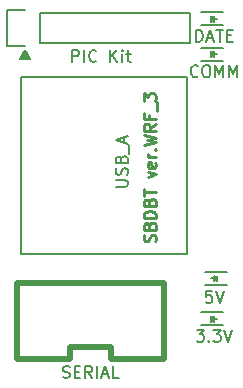
<source format=gbr>
G04 #@! TF.FileFunction,Legend,Top*
%FSLAX46Y46*%
G04 Gerber Fmt 4.6, Leading zero omitted, Abs format (unit mm)*
G04 Created by KiCad (PCBNEW 4.0.1-stable) date 2018/07/04 18:11:44*
%MOMM*%
G01*
G04 APERTURE LIST*
%ADD10C,0.100000*%
%ADD11C,0.250000*%
%ADD12C,0.200000*%
%ADD13C,0.150000*%
%ADD14C,0.500000*%
G04 APERTURE END LIST*
D10*
D11*
X148614762Y-111261905D02*
X148662381Y-111119048D01*
X148662381Y-110880952D01*
X148614762Y-110785714D01*
X148567143Y-110738095D01*
X148471905Y-110690476D01*
X148376667Y-110690476D01*
X148281429Y-110738095D01*
X148233810Y-110785714D01*
X148186190Y-110880952D01*
X148138571Y-111071429D01*
X148090952Y-111166667D01*
X148043333Y-111214286D01*
X147948095Y-111261905D01*
X147852857Y-111261905D01*
X147757619Y-111214286D01*
X147710000Y-111166667D01*
X147662381Y-111071429D01*
X147662381Y-110833333D01*
X147710000Y-110690476D01*
X148138571Y-109928571D02*
X148186190Y-109785714D01*
X148233810Y-109738095D01*
X148329048Y-109690476D01*
X148471905Y-109690476D01*
X148567143Y-109738095D01*
X148614762Y-109785714D01*
X148662381Y-109880952D01*
X148662381Y-110261905D01*
X147662381Y-110261905D01*
X147662381Y-109928571D01*
X147710000Y-109833333D01*
X147757619Y-109785714D01*
X147852857Y-109738095D01*
X147948095Y-109738095D01*
X148043333Y-109785714D01*
X148090952Y-109833333D01*
X148138571Y-109928571D01*
X148138571Y-110261905D01*
X148662381Y-109261905D02*
X147662381Y-109261905D01*
X147662381Y-109023810D01*
X147710000Y-108880952D01*
X147805238Y-108785714D01*
X147900476Y-108738095D01*
X148090952Y-108690476D01*
X148233810Y-108690476D01*
X148424286Y-108738095D01*
X148519524Y-108785714D01*
X148614762Y-108880952D01*
X148662381Y-109023810D01*
X148662381Y-109261905D01*
X148138571Y-107928571D02*
X148186190Y-107785714D01*
X148233810Y-107738095D01*
X148329048Y-107690476D01*
X148471905Y-107690476D01*
X148567143Y-107738095D01*
X148614762Y-107785714D01*
X148662381Y-107880952D01*
X148662381Y-108261905D01*
X147662381Y-108261905D01*
X147662381Y-107928571D01*
X147710000Y-107833333D01*
X147757619Y-107785714D01*
X147852857Y-107738095D01*
X147948095Y-107738095D01*
X148043333Y-107785714D01*
X148090952Y-107833333D01*
X148138571Y-107928571D01*
X148138571Y-108261905D01*
X147662381Y-107404762D02*
X147662381Y-106833333D01*
X148662381Y-107119048D02*
X147662381Y-107119048D01*
X147995714Y-105833333D02*
X148662381Y-105595238D01*
X147995714Y-105357142D01*
X148614762Y-104595237D02*
X148662381Y-104690475D01*
X148662381Y-104880952D01*
X148614762Y-104976190D01*
X148519524Y-105023809D01*
X148138571Y-105023809D01*
X148043333Y-104976190D01*
X147995714Y-104880952D01*
X147995714Y-104690475D01*
X148043333Y-104595237D01*
X148138571Y-104547618D01*
X148233810Y-104547618D01*
X148329048Y-105023809D01*
X148662381Y-104119047D02*
X147995714Y-104119047D01*
X148186190Y-104119047D02*
X148090952Y-104071428D01*
X148043333Y-104023809D01*
X147995714Y-103928571D01*
X147995714Y-103833332D01*
X148567143Y-103499999D02*
X148614762Y-103452380D01*
X148662381Y-103499999D01*
X148614762Y-103547618D01*
X148567143Y-103499999D01*
X148662381Y-103499999D01*
X147662381Y-103119047D02*
X148662381Y-102880952D01*
X147948095Y-102690475D01*
X148662381Y-102499999D01*
X147662381Y-102261904D01*
X148662381Y-101309523D02*
X148186190Y-101642857D01*
X148662381Y-101880952D02*
X147662381Y-101880952D01*
X147662381Y-101499999D01*
X147710000Y-101404761D01*
X147757619Y-101357142D01*
X147852857Y-101309523D01*
X147995714Y-101309523D01*
X148090952Y-101357142D01*
X148138571Y-101404761D01*
X148186190Y-101499999D01*
X148186190Y-101880952D01*
X148138571Y-100547618D02*
X148138571Y-100880952D01*
X148662381Y-100880952D02*
X147662381Y-100880952D01*
X147662381Y-100404761D01*
X148757619Y-100261904D02*
X148757619Y-99499999D01*
X147662381Y-99357142D02*
X147662381Y-98738094D01*
X148043333Y-99071428D01*
X148043333Y-98928570D01*
X148090952Y-98833332D01*
X148138571Y-98785713D01*
X148233810Y-98738094D01*
X148471905Y-98738094D01*
X148567143Y-98785713D01*
X148614762Y-98833332D01*
X148662381Y-98928570D01*
X148662381Y-99214285D01*
X148614762Y-99309523D01*
X148567143Y-99357142D01*
D12*
X137219048Y-95804762D02*
X137219048Y-95852381D01*
X137266667Y-95709524D02*
X137266667Y-95852381D01*
X137314286Y-95614286D02*
X137314286Y-95852381D01*
X137361905Y-95519048D02*
X137361905Y-95852381D01*
X137409524Y-95471429D02*
X137409524Y-95852381D01*
X137457143Y-95376190D02*
X137457143Y-95852381D01*
X137504763Y-95280952D02*
X137504763Y-95852381D01*
X137552382Y-95185714D02*
X137552382Y-95852381D01*
X137600001Y-95090476D02*
X137600001Y-95852381D01*
X137647620Y-95185714D02*
X137647620Y-95852381D01*
X137695239Y-95280952D02*
X137695239Y-95852381D01*
X137742858Y-95376190D02*
X137742858Y-95852381D01*
X137790477Y-95471429D02*
X137790477Y-95852381D01*
X137838096Y-95519048D02*
X137838096Y-95852381D01*
X137885715Y-95614286D02*
X137885715Y-95852381D01*
X137933334Y-95709524D02*
X137933334Y-95852381D01*
X137980953Y-95852381D02*
X137600001Y-95138095D01*
X137219048Y-95852381D01*
X137980953Y-95804762D02*
X137980953Y-95852381D01*
X137600001Y-95090476D02*
X138028572Y-95852381D01*
X137171429Y-95852381D01*
X137600001Y-95090476D01*
D13*
X152500000Y-92950000D02*
X154400000Y-92950000D01*
X152500000Y-91850000D02*
X154400000Y-91850000D01*
X153400000Y-92400000D02*
X153850000Y-92400000D01*
X153350000Y-92150000D02*
X153350000Y-92650000D01*
X153350000Y-92400000D02*
X153600000Y-92150000D01*
X153600000Y-92150000D02*
X153600000Y-92650000D01*
X153600000Y-92650000D02*
X153350000Y-92400000D01*
X152500000Y-95950000D02*
X154400000Y-95950000D01*
X152500000Y-94850000D02*
X154400000Y-94850000D01*
X153400000Y-95400000D02*
X153850000Y-95400000D01*
X153350000Y-95150000D02*
X153350000Y-95650000D01*
X153350000Y-95400000D02*
X153600000Y-95150000D01*
X153600000Y-95150000D02*
X153600000Y-95650000D01*
X153600000Y-95650000D02*
X153350000Y-95400000D01*
X154700000Y-113850000D02*
X152800000Y-113850000D01*
X154700000Y-114950000D02*
X152800000Y-114950000D01*
X153800000Y-114400000D02*
X153350000Y-114400000D01*
X153850000Y-114650000D02*
X153850000Y-114150000D01*
X153850000Y-114400000D02*
X153600000Y-114650000D01*
X153600000Y-114650000D02*
X153600000Y-114150000D01*
X153600000Y-114150000D02*
X153850000Y-114400000D01*
X152500000Y-118350000D02*
X154400000Y-118350000D01*
X152500000Y-117250000D02*
X154400000Y-117250000D01*
X153400000Y-117800000D02*
X153850000Y-117800000D01*
X153350000Y-117550000D02*
X153350000Y-118050000D01*
X153350000Y-117800000D02*
X153600000Y-117550000D01*
X153600000Y-117550000D02*
X153600000Y-118050000D01*
X153600000Y-118050000D02*
X153350000Y-117800000D01*
X138870000Y-91930000D02*
X151570000Y-91930000D01*
X151570000Y-91930000D02*
X151570000Y-94470000D01*
X151570000Y-94470000D02*
X138870000Y-94470000D01*
X136050000Y-91650000D02*
X137600000Y-91650000D01*
X138870000Y-91930000D02*
X138870000Y-94470000D01*
X137600000Y-94750000D02*
X136050000Y-94750000D01*
X136050000Y-94750000D02*
X136050000Y-91650000D01*
X137254880Y-97350140D02*
X151351880Y-97350140D01*
X151351880Y-112336140D02*
X137254880Y-112336140D01*
X137254880Y-97350140D02*
X137254880Y-112336140D01*
X151351880Y-97350140D02*
X151351880Y-112336140D01*
D14*
X136900000Y-121200000D02*
X141400000Y-121200000D01*
X141400000Y-121200000D02*
X141400000Y-120200000D01*
X141400000Y-120200000D02*
X144900000Y-120200000D01*
X144900000Y-120200000D02*
X144900000Y-121200000D01*
X144900000Y-121200000D02*
X149400000Y-121200000D01*
X149400000Y-114800000D02*
X136900000Y-114800000D01*
X149400000Y-121200000D02*
X149400000Y-114800000D01*
X136900000Y-114800000D02*
X136900000Y-121200000D01*
D13*
X152076190Y-94352381D02*
X152076190Y-93352381D01*
X152314285Y-93352381D01*
X152457143Y-93400000D01*
X152552381Y-93495238D01*
X152600000Y-93590476D01*
X152647619Y-93780952D01*
X152647619Y-93923810D01*
X152600000Y-94114286D01*
X152552381Y-94209524D01*
X152457143Y-94304762D01*
X152314285Y-94352381D01*
X152076190Y-94352381D01*
X153028571Y-94066667D02*
X153504762Y-94066667D01*
X152933333Y-94352381D02*
X153266666Y-93352381D01*
X153600000Y-94352381D01*
X153790476Y-93352381D02*
X154361905Y-93352381D01*
X154076190Y-94352381D02*
X154076190Y-93352381D01*
X154695238Y-93828571D02*
X155028572Y-93828571D01*
X155171429Y-94352381D02*
X154695238Y-94352381D01*
X154695238Y-93352381D01*
X155171429Y-93352381D01*
X152242858Y-97257143D02*
X152195239Y-97304762D01*
X152052382Y-97352381D01*
X151957144Y-97352381D01*
X151814286Y-97304762D01*
X151719048Y-97209524D01*
X151671429Y-97114286D01*
X151623810Y-96923810D01*
X151623810Y-96780952D01*
X151671429Y-96590476D01*
X151719048Y-96495238D01*
X151814286Y-96400000D01*
X151957144Y-96352381D01*
X152052382Y-96352381D01*
X152195239Y-96400000D01*
X152242858Y-96447619D01*
X152861905Y-96352381D02*
X153052382Y-96352381D01*
X153147620Y-96400000D01*
X153242858Y-96495238D01*
X153290477Y-96685714D01*
X153290477Y-97019048D01*
X153242858Y-97209524D01*
X153147620Y-97304762D01*
X153052382Y-97352381D01*
X152861905Y-97352381D01*
X152766667Y-97304762D01*
X152671429Y-97209524D01*
X152623810Y-97019048D01*
X152623810Y-96685714D01*
X152671429Y-96495238D01*
X152766667Y-96400000D01*
X152861905Y-96352381D01*
X153719048Y-97352381D02*
X153719048Y-96352381D01*
X154052382Y-97066667D01*
X154385715Y-96352381D01*
X154385715Y-97352381D01*
X154861905Y-97352381D02*
X154861905Y-96352381D01*
X155195239Y-97066667D01*
X155528572Y-96352381D01*
X155528572Y-97352381D01*
X153409524Y-115452381D02*
X152933333Y-115452381D01*
X152885714Y-115928571D01*
X152933333Y-115880952D01*
X153028571Y-115833333D01*
X153266667Y-115833333D01*
X153361905Y-115880952D01*
X153409524Y-115928571D01*
X153457143Y-116023810D01*
X153457143Y-116261905D01*
X153409524Y-116357143D01*
X153361905Y-116404762D01*
X153266667Y-116452381D01*
X153028571Y-116452381D01*
X152933333Y-116404762D01*
X152885714Y-116357143D01*
X153742857Y-115452381D02*
X154076190Y-116452381D01*
X154409524Y-115452381D01*
X152123810Y-118752381D02*
X152742858Y-118752381D01*
X152409524Y-119133333D01*
X152552382Y-119133333D01*
X152647620Y-119180952D01*
X152695239Y-119228571D01*
X152742858Y-119323810D01*
X152742858Y-119561905D01*
X152695239Y-119657143D01*
X152647620Y-119704762D01*
X152552382Y-119752381D01*
X152266667Y-119752381D01*
X152171429Y-119704762D01*
X152123810Y-119657143D01*
X153171429Y-119657143D02*
X153219048Y-119704762D01*
X153171429Y-119752381D01*
X153123810Y-119704762D01*
X153171429Y-119657143D01*
X153171429Y-119752381D01*
X153552381Y-118752381D02*
X154171429Y-118752381D01*
X153838095Y-119133333D01*
X153980953Y-119133333D01*
X154076191Y-119180952D01*
X154123810Y-119228571D01*
X154171429Y-119323810D01*
X154171429Y-119561905D01*
X154123810Y-119657143D01*
X154076191Y-119704762D01*
X153980953Y-119752381D01*
X153695238Y-119752381D01*
X153600000Y-119704762D01*
X153552381Y-119657143D01*
X154457143Y-118752381D02*
X154790476Y-119752381D01*
X155123810Y-118752381D01*
X141595238Y-96052381D02*
X141595238Y-95052381D01*
X141976191Y-95052381D01*
X142071429Y-95100000D01*
X142119048Y-95147619D01*
X142166667Y-95242857D01*
X142166667Y-95385714D01*
X142119048Y-95480952D01*
X142071429Y-95528571D01*
X141976191Y-95576190D01*
X141595238Y-95576190D01*
X142595238Y-96052381D02*
X142595238Y-95052381D01*
X143642857Y-95957143D02*
X143595238Y-96004762D01*
X143452381Y-96052381D01*
X143357143Y-96052381D01*
X143214285Y-96004762D01*
X143119047Y-95909524D01*
X143071428Y-95814286D01*
X143023809Y-95623810D01*
X143023809Y-95480952D01*
X143071428Y-95290476D01*
X143119047Y-95195238D01*
X143214285Y-95100000D01*
X143357143Y-95052381D01*
X143452381Y-95052381D01*
X143595238Y-95100000D01*
X143642857Y-95147619D01*
X144833333Y-96052381D02*
X144833333Y-95052381D01*
X145404762Y-96052381D02*
X144976190Y-95480952D01*
X145404762Y-95052381D02*
X144833333Y-95623810D01*
X145833333Y-96052381D02*
X145833333Y-95385714D01*
X145833333Y-95052381D02*
X145785714Y-95100000D01*
X145833333Y-95147619D01*
X145880952Y-95100000D01*
X145833333Y-95052381D01*
X145833333Y-95147619D01*
X146166666Y-95385714D02*
X146547618Y-95385714D01*
X146309523Y-95052381D02*
X146309523Y-95909524D01*
X146357142Y-96004762D01*
X146452380Y-96052381D01*
X146547618Y-96052381D01*
X145286961Y-106633489D02*
X146096485Y-106633489D01*
X146191723Y-106585870D01*
X146239342Y-106538251D01*
X146286961Y-106443013D01*
X146286961Y-106252536D01*
X146239342Y-106157298D01*
X146191723Y-106109679D01*
X146096485Y-106062060D01*
X145286961Y-106062060D01*
X146239342Y-105633489D02*
X146286961Y-105490632D01*
X146286961Y-105252536D01*
X146239342Y-105157298D01*
X146191723Y-105109679D01*
X146096485Y-105062060D01*
X146001247Y-105062060D01*
X145906009Y-105109679D01*
X145858390Y-105157298D01*
X145810770Y-105252536D01*
X145763151Y-105443013D01*
X145715532Y-105538251D01*
X145667913Y-105585870D01*
X145572675Y-105633489D01*
X145477437Y-105633489D01*
X145382199Y-105585870D01*
X145334580Y-105538251D01*
X145286961Y-105443013D01*
X145286961Y-105204917D01*
X145334580Y-105062060D01*
X145763151Y-104300155D02*
X145810770Y-104157298D01*
X145858390Y-104109679D01*
X145953628Y-104062060D01*
X146096485Y-104062060D01*
X146191723Y-104109679D01*
X146239342Y-104157298D01*
X146286961Y-104252536D01*
X146286961Y-104633489D01*
X145286961Y-104633489D01*
X145286961Y-104300155D01*
X145334580Y-104204917D01*
X145382199Y-104157298D01*
X145477437Y-104109679D01*
X145572675Y-104109679D01*
X145667913Y-104157298D01*
X145715532Y-104204917D01*
X145763151Y-104300155D01*
X145763151Y-104633489D01*
X146382199Y-103871584D02*
X146382199Y-103109679D01*
X146001247Y-102919203D02*
X146001247Y-102443012D01*
X146286961Y-103014441D02*
X145286961Y-102681108D01*
X146286961Y-102347774D01*
X140810476Y-122768762D02*
X140953333Y-122816381D01*
X141191429Y-122816381D01*
X141286667Y-122768762D01*
X141334286Y-122721143D01*
X141381905Y-122625905D01*
X141381905Y-122530667D01*
X141334286Y-122435429D01*
X141286667Y-122387810D01*
X141191429Y-122340190D01*
X141000952Y-122292571D01*
X140905714Y-122244952D01*
X140858095Y-122197333D01*
X140810476Y-122102095D01*
X140810476Y-122006857D01*
X140858095Y-121911619D01*
X140905714Y-121864000D01*
X141000952Y-121816381D01*
X141239048Y-121816381D01*
X141381905Y-121864000D01*
X141810476Y-122292571D02*
X142143810Y-122292571D01*
X142286667Y-122816381D02*
X141810476Y-122816381D01*
X141810476Y-121816381D01*
X142286667Y-121816381D01*
X143286667Y-122816381D02*
X142953333Y-122340190D01*
X142715238Y-122816381D02*
X142715238Y-121816381D01*
X143096191Y-121816381D01*
X143191429Y-121864000D01*
X143239048Y-121911619D01*
X143286667Y-122006857D01*
X143286667Y-122149714D01*
X143239048Y-122244952D01*
X143191429Y-122292571D01*
X143096191Y-122340190D01*
X142715238Y-122340190D01*
X143715238Y-122816381D02*
X143715238Y-121816381D01*
X144143809Y-122530667D02*
X144620000Y-122530667D01*
X144048571Y-122816381D02*
X144381904Y-121816381D01*
X144715238Y-122816381D01*
X145524762Y-122816381D02*
X145048571Y-122816381D01*
X145048571Y-121816381D01*
M02*

</source>
